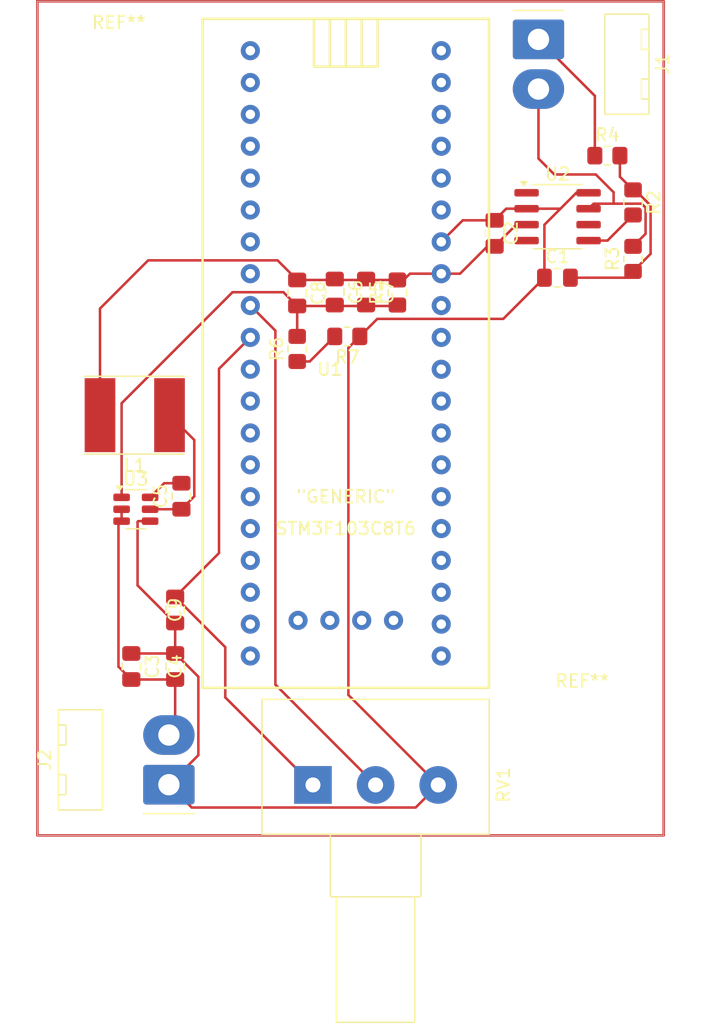
<source format=kicad_pcb>
(kicad_pcb (version 20241229) (generator "pcbnew") (generator_version "9.0")
  (layers (0 "F.Cu" signal) (2 "B.Cu" signal) (13 "F.Paste" user) (15 "B.Paste" user) (5 "F.SilkS" user "F.Silkscreen") (7 "B.SilkS" user "B.Silkscreen") (1 "F.Mask" user) (3 "B.Mask" user) (25 "Edge.Cuts" user))
  (net 0 "")
  (net 1 "GND")
  (net 2 "Net-(C1-Pad2)")
  (net 3 "+5V")
  (net 4 "+24V")
  (net 5 "Net-(U3-BST)")
  (net 6 "Net-(U3-SW)")
  (net 7 "Net-(U3-FB)")
  (net 8 "+3.3V")
  (net 9 "Net-(J1-Pin_1)")
  (net 10 "Net-(J1-Pin_2)")
  (net 11 "Net-(U2-SPLIT)")
  (net 12 "Net-(R6-Pad1)")
  (net 13 "POT_VALUE")
  (net 37 "CAN_RXD")
  (net 38 "CAN_TXD")
  (footprint "Capacitor_SMD:C_0805_2012Metric_Pad1.18x1.45mm_HandSolder" (layer "F.Cu") (at 79.74 53.6825 -90)
    (property "Reference" "C6" (at 0 -1.68 90) (layer "F.SilkS"))
    (property "Value" "100pF")
    (fp_line (start -0.261252 0.735) (end 0.261252 0.735) (stroke (width 0.12)) (layer "F.SilkS"))
    (fp_line (start -0.261252 -0.735) (end 0.261252 -0.735) (stroke (width 0.12)) (layer "F.SilkS"))
    (pad "1" smd roundrect (at -1.0375 0 270) (size 1.175 1.45) (layers "F.Cu" "F.Mask" "F.Paste") (roundrect_rratio 0.212766) (net 3 "+5V"))
    (pad "2" smd roundrect (at 1.0375 0 270) (size 1.175 1.45) (layers "F.Cu" "F.Mask" "F.Paste") (roundrect_rratio 0.212766) (net 7 "Net-(U3-FB)"))
  )
  (footprint "Resistor_SMD:R_0805_2012Metric_Pad1.20x1.40mm_HandSolder" (layer "F.Cu") (at 101.5 42.81)
    (property "Reference" "R4" (at 0 -1.65 0) (layer "F.SilkS"))
    (property "Value" "61")
    (fp_line (start -0.227064 -0.735) (end 0.227064 -0.735) (stroke (width 0.12)) (layer "F.SilkS"))
    (fp_line (start -0.227064 0.735) (end 0.227064 0.735) (stroke (width 0.12)) (layer "F.SilkS"))
    (pad "1" smd roundrect (at -1 0) (size 1.2 1.4) (layers "F.Cu" "F.Mask" "F.Paste") (roundrect_rratio 0.208333) (net 9 "Net-(J1-Pin_1)"))
    (pad "2" smd roundrect (at 1 0) (size 1.2 1.4) (layers "F.Cu" "F.Mask" "F.Paste") (roundrect_rratio 0.208333) (net 2 "Net-(C1-Pad2)"))
  )
  (footprint "Resistor_SMD:R_0805_2012Metric_Pad1.20x1.40mm_HandSolder" (layer "F.Cu") (at 76.74 58.22 90)
    (property "Reference" "R6" (at 0 -1.65 90) (layer "F.SilkS"))
    (property "Value" "1.8k")
    (fp_line (start -0.227064 -0.735) (end 0.227064 -0.735) (stroke (width 0.12)) (layer "F.SilkS"))
    (fp_line (start -0.227064 0.735) (end 0.227064 0.735) (stroke (width 0.12)) (layer "F.SilkS"))
    (pad "1" smd roundrect (at -1 0 90) (size 1.2 1.4) (layers "F.Cu" "F.Mask" "F.Paste") (roundrect_rratio 0.208333) (net 12 "Net-(R6-Pad1)"))
    (pad "2" smd roundrect (at 1 0 90) (size 1.2 1.4) (layers "F.Cu" "F.Mask" "F.Paste") (roundrect_rratio 0.208333) (net 7 "Net-(U3-FB)"))
  )
  (footprint "Capacitor_SMD:C_0805_2012Metric_Pad1.18x1.45mm_HandSolder" (layer "F.Cu") (at 67 79.0325 -90)
    (property "Reference" "C9" (at 0 0 90) (layer "F.SilkS"))
    (property "Value" "100nF")
    (fp_line (start -0.261252 0.735) (end 0.261252 0.735) (stroke (width 0.12)) (layer "F.SilkS"))
    (fp_line (start -0.261252 -0.735) (end 0.261252 -0.735) (stroke (width 0.12)) (layer "F.SilkS"))
    (pad "1" smd roundrect (at -1.0375 0 270) (size 1.175 1.45) (layers "F.Cu" "F.Mask" "F.Paste") (roundrect_rratio 0.212766) (net 8 "+3.3V"))
    (pad "2" smd roundrect (at 1.0375 0 270) (size 1.175 1.45) (layers "F.Cu" "F.Mask" "F.Paste") (roundrect_rratio 0.212766) (net 1 "GND"))
  )
  (footprint "MountingHole:MountingHole_4.3mm_M4" (layer "F.Cu") (at 62.5 37.5)
    (property "Reference" "REF**" (at 0 -5.3 0) (layer "F.SilkS"))
    (property "Value" "MountingHole_4.3mm_M4")
    (pad "" np_thru_hole circle (at 0 0) (size 4.3 4.3) (drill 4.3) (layers "*.Cu" "*.Mask"))
  )
  (footprint "Package_SO:SOIC-8_3.9x4.9mm_P1.27mm" (layer "F.Cu") (at 97.525 47.675)
    (property "Reference" "U2" (at 0 -3.4 0) (layer "F.SilkS"))
    (property "Value" "MCP2561-E-SN")
    (fp_line (start 0 -2.56) (end -1.95 -2.56) (stroke (width 0.12)) (layer "F.SilkS"))
    (fp_line (start 0 -2.56) (end 1.95 -2.56) (stroke (width 0.12)) (layer "F.SilkS"))
    (fp_line (start 0 2.56) (end -1.95 2.56) (stroke (width 0.12)) (layer "F.SilkS"))
    (fp_line (start 0 2.56) (end 1.95 2.56) (stroke (width 0.12)) (layer "F.SilkS"))
    (fp_poly (pts (xy -2.7 -2.465) (xy -2.94 -2.795) (xy -2.46 -2.795)) (stroke (width 0.12)) (fill yes) (layer "F.SilkS"))
    (pad "1" smd roundrect (at -2.475 -1.905) (size 1.95 0.6) (layers "F.Cu" "F.Mask" "F.Paste") (net 38 "CAN_TXD"))
    (pad "2" smd roundrect (at -2.475 -0.635) (size 1.95 0.6) (layers "F.Cu" "F.Mask" "F.Paste") (net 1 "GND"))
    (pad "3" smd roundrect (at -2.475 0.635) (size 1.95 0.6) (layers "F.Cu" "F.Mask" "F.Paste") (net 3 "+5V"))
    (pad "4" smd roundrect (at -2.475 1.905) (size 1.95 0.6) (layers "F.Cu" "F.Mask" "F.Paste") (net 37 "CAN_RXD"))
    (pad "5" smd roundrect (at 2.475 1.905) (size 1.95 0.6) (layers "F.Cu" "F.Mask" "F.Paste") (net 11 "Net-(U2-SPLIT)"))
    (pad "6" smd roundrect (at 2.475 0.635) (size 1.95 0.6) (layers "F.Cu" "F.Mask" "F.Paste") (net 9 "Net-(J1-Pin_1)"))
    (pad "7" smd roundrect (at 2.475 -0.635) (size 1.95 0.6) (layers "F.Cu" "F.Mask" "F.Paste") (net 10 "Net-(J1-Pin_2)"))
    (pad "8" smd roundrect (at 2.475 -1.905) (size 1.95 0.6) (layers "F.Cu" "F.Mask" "F.Paste") (net 1 "GND"))
  )
  (footprint "Capacitor_SMD:C_0805_2012Metric_Pad1.18x1.45mm_HandSolder" (layer "F.Cu") (at 67.5 69.9625 90)
    (property "Reference" "C5" (at 0 -1.68 90) (layer "F.SilkS"))
    (property "Value" "100nF")
    (fp_line (start -0.261252 -0.735) (end 0.261252 -0.735) (stroke (width 0.12)) (layer "F.SilkS"))
    (fp_line (start -0.261252 0.735) (end 0.261252 0.735) (stroke (width 0.12)) (layer "F.SilkS"))
    (pad "1" smd roundrect (at -1.0375 0 90) (size 1.175 1.45) (layers "F.Cu" "F.Mask" "F.Paste") (roundrect_rratio 0.212766) (net 6 "Net-(U3-SW)"))
    (pad "2" smd roundrect (at 1.0375 0 90) (size 1.175 1.45) (layers "F.Cu" "F.Mask" "F.Paste") (roundrect_rratio 0.212766) (net 5 "Net-(U3-BST)"))
  )
  (footprint "STM32surface:BLUEPILL" (layer "F.Cu") (at 80.62 61.11 180)
    (property "Reference" "U1" (at 1.27 1.27 0) (layer "F.SilkS"))
    (property "Value" "YAAJ_BluePill_Part_Like")
    (fp_line (start 11.43 29.21) (end -11.43 29.21) (stroke (width 0.2)) (layer "F.SilkS"))
    (fp_line (start 11.43 -24.13) (end 11.43 29.21) (stroke (width 0.2)) (layer "F.SilkS"))
    (fp_line (start 2.54 29.21) (end 2.54 25.4) (stroke (width 0.2)) (layer "F.SilkS"))
    (fp_line (start 2.54 25.4) (end -2.54 25.4) (stroke (width 0.2)) (layer "F.SilkS"))
    (fp_line (start 1.27 25.4) (end 1.27 29.21) (stroke (width 0.2)) (layer "F.SilkS"))
    (fp_line (start 0 25.4) (end 0 29.21) (stroke (width 0.2)) (layer "F.SilkS"))
    (fp_line (start -1.27 25.4) (end -1.27 29.21) (stroke (width 0.2)) (layer "F.SilkS"))
    (fp_line (start -2.54 29.21) (end 2.54 29.21) (stroke (width 0.2)) (layer "F.SilkS"))
    (fp_line (start -2.54 25.4) (end -1.27 25.4) (stroke (width 0.2)) (layer "F.SilkS"))
    (fp_line (start -2.54 25.4) (end -2.54 29.21) (stroke (width 0.2)) (layer "F.SilkS"))
    (fp_line (start -11.43 29.21) (end -11.43 -24.13) (stroke (width 0.2)) (layer "F.SilkS"))
    (fp_line (start -11.43 -24.13) (end 11.43 -24.13) (stroke (width 0.2)) (layer "F.SilkS"))
    (fp_text user "STM3F103C8T6" (at 0 -11.43 0) (layer "F.SilkS"))
    (fp_text user "\"GENERIC\"" (at 0 -8.89 0) (layer "F.SilkS"))
    (pad "1" thru_hole circle (at -7.62 -21.59 180) (size 1.524 1.524) (drill 0.762) (layers "*.Cu" "*.Mask"))
    (pad "2" thru_hole circle (at -7.62 -19.05 180) (size 1.524 1.524) (drill 0.762) (layers "*.Cu" "*.Mask"))
    (pad "3" thru_hole circle (at -7.62 -16.51 180) (size 1.524 1.524) (drill 0.762) (layers "*.Cu" "*.Mask"))
    (pad "4" thru_hole circle (at -7.62 -13.97 180) (size 1.524 1.524) (drill 0.762) (layers "*.Cu" "*.Mask"))
    (pad "7" thru_hole circle (at -7.62 19.05 180) (size 1.524 1.524) (drill 0.762) (layers "*.Cu" "*.Mask"))
    (pad "10" thru_hole circle (at -7.62 -11.43 180) (size 1.524 1.524) (drill 0.762) (layers "*.Cu" "*.Mask"))
    (pad "11" thru_hole circle (at -7.62 -8.89 180) (size 1.524 1.524) (drill 0.762) (layers "*.Cu" "*.Mask"))
    (pad "12" thru_hole circle (at -7.62 -6.35 180) (size 1.524 1.524) (drill 0.762) (layers "*.Cu" "*.Mask"))
    (pad "13" thru_hole circle (at -7.62 -3.81 180) (size 1.524 1.524) (drill 0.762) (layers "*.Cu" "*.Mask"))
    (pad "14" thru_hole circle (at -7.62 -1.27 180) (size 1.524 1.524) (drill 0.762) (layers "*.Cu" "*.Mask"))
    (pad "15" thru_hole circle (at -7.62 1.27 180) (size 1.524 1.524) (drill 0.762) (layers "*.Cu" "*.Mask"))
    (pad "16" thru_hole circle (at -7.62 3.81 180) (size 1.524 1.524) (drill 0.762) (layers "*.Cu" "*.Mask"))
    (pad "17" thru_hole circle (at -7.62 6.35 180) (size 1.524 1.524) (drill 0.762) (layers "*.Cu" "*.Mask"))
    (pad "18" thru_hole circle (at -7.62 8.89 180) (size 1.524 1.524) (drill 0.762) (layers "*.Cu" "*.Mask") (net 3 "+5V"))
    (pad "19" thru_hole circle (at -7.62 11.43 180) (size 1.524 1.524) (drill 0.762) (layers "*.Cu" "*.Mask") (net 1 "GND"))
    (pad "21" thru_hole circle (at -7.62 13.97 180) (size 1.524 1.524) (drill 0.762) (layers "*.Cu" "*.Mask"))
    (pad "22" thru_hole circle (at -7.62 16.51 180) (size 1.524 1.524) (drill 0.762) (layers "*.Cu" "*.Mask"))
    (pad "25" thru_hole circle (at 7.62 26.67 180) (size 1.524 1.524) (drill 0.762) (layers "*.Cu" "*.Mask"))
    (pad "26" thru_hole circle (at 7.62 24.13 180) (size 1.524 1.524) (drill 0.762) (layers "*.Cu" "*.Mask"))
    (pad "27" thru_hole circle (at 7.62 21.59 180) (size 1.524 1.524) (drill 0.762) (layers "*.Cu" "*.Mask"))
    (pad "28" thru_hole circle (at 7.62 19.05 180) (size 1.524 1.524) (drill 0.762) (layers "*.Cu" "*.Mask"))
    (pad "29" thru_hole circle (at 7.62 16.51 180) (size 1.524 1.524) (drill 0.762) (layers "*.Cu" "*.Mask"))
    (pad "30" thru_hole circle (at 7.62 13.97 180) (size 1.524 1.524) (drill 0.762) (layers "*.Cu" "*.Mask"))
    (pad "31" thru_hole circle (at 7.62 11.43 180) (size 1.524 1.524) (drill 0.762) (layers "*.Cu" "*.Mask"))
    (pad "32" thru_hole circle (at 7.62 8.89 180) (size 1.524 1.524) (drill 0.762) (layers "*.Cu" "*.Mask"))
    (pad "33" thru_hole circle (at 7.62 6.35 180) (size 1.524 1.524) (drill 0.762) (layers "*.Cu" "*.Mask") (net 13 "POT_VALUE"))
    (pad "34" thru_hole circle (at 1.27 -18.75 180) (size 1.524 1.524) (drill 0.762) (layers "*.Cu" "*.Mask"))
    (pad "37" thru_hole circle (at -1.27 -18.75 180) (size 1.524 1.524) (drill 0.762) (layers "*.Cu" "*.Mask"))
    (pad "38" thru_hole circle (at 7.62 3.81 180) (size 1.524 1.524) (drill 0.762) (layers "*.Cu" "*.Mask") (net 8 "+3.3V"))
    (pad "39" thru_hole circle (at 7.62 1.27 180) (size 1.524 1.524) (drill 0.762) (layers "*.Cu" "*.Mask"))
    (pad "40" thru_hole circle (at 7.62 -1.27 180) (size 1.524 1.524) (drill 0.762) (layers "*.Cu" "*.Mask"))
    (pad "41" thru_hole circle (at 7.62 -3.81 180) (size 1.524 1.524) (drill 0.762) (layers "*.Cu" "*.Mask"))
    (pad "42" thru_hole circle (at 7.62 -6.35 180) (size 1.524 1.524) (drill 0.762) (layers "*.Cu" "*.Mask"))
    (pad "43" thru_hole circle (at 7.62 -8.89 180) (size 1.524 1.524) (drill 0.762) (layers "*.Cu" "*.Mask"))
    (pad "45" thru_hole circle (at 7.62 -11.43 180) (size 1.524 1.524) (drill 0.762) (layers "*.Cu" "*.Mask"))
    (pad "46" thru_hole circle (at 7.62 -13.97 180) (size 1.524 1.524) (drill 0.762) (layers "*.Cu" "*.Mask"))
    (pad "70" thru_hole circle (at -7.62 21.59 180) (size 1.524 1.524) (drill 0.762) (layers "*.Cu" "*.Mask"))
    (pad "71" thru_hole circle (at -7.62 24.13 180) (size 1.524 1.524) (drill 0.762) (layers "*.Cu" "*.Mask"))
    (pad "72" thru_hole circle (at -7.62 26.67 180) (size 1.524 1.524) (drill 0.762) (layers "*.Cu" "*.Mask"))
    (pad "73" thru_hole circle (at 7.62 -21.59 180) (size 1.524 1.524) (drill 0.762) (layers "*.Cu" "*.Mask"))
    (pad "74" thru_hole circle (at 7.62 -19.05 180) (size 1.524 1.524) (drill 0.762) (layers "*.Cu" "*.Mask"))
    (pad "75" thru_hole circle (at 7.62 -16.51 180) (size 1.524 1.524) (drill 0.762) (layers "*.Cu" "*.Mask"))
    (pad "76" thru_hole circle (at -3.81 -18.75 180) (size 1.524 1.524) (drill 0.762) (layers "*.Cu" "*.Mask"))
    (pad "77" thru_hole circle (at 3.81 -18.75 180) (size 1.524 1.524) (drill 0.762) (layers "*.Cu" "*.Mask"))
  )
  (footprint "Capacitor_SMD:C_0805_2012Metric_Pad1.18x1.45mm_HandSolder" (layer "F.Cu") (at 67 83.5375 -90)
    (property "Reference" "C4" (at 0 0 90) (layer "F.SilkS"))
    (property "Value" "10uF")
    (fp_line (start -0.261252 0.735) (end 0.261252 0.735) (stroke (width 0.12)) (layer "F.SilkS"))
    (fp_line (start -0.261252 -0.735) (end 0.261252 -0.735) (stroke (width 0.12)) (layer "F.SilkS"))
    (pad "1" smd roundrect (at -1.0375 0 270) (size 1.175 1.45) (layers "F.Cu" "F.Mask" "F.Paste") (roundrect_rratio 0.212766) (net 1 "GND"))
    (pad "2" smd roundrect (at 1.0375 0 270) (size 1.175 1.45) (layers "F.Cu" "F.Mask" "F.Paste") (roundrect_rratio 0.212766) (net 4 "+24V"))
  )
  (footprint "Connector_Molex:Molex_KK-396_A-41792-0002_1x02_P3.96mm_Horizontal" (layer "F.Cu") (at 66.5 92.96 90)
    (property "Reference" "J2" (at 1.98 -9.92 90) (layer "F.SilkS"))
    (property "Value" "Conn_01x02")
    (fp_line (start 5.975 -8.82) (end 5.975 -5.3) (stroke (width 0.12)) (layer "F.SilkS"))
    (fp_line (start 3.16 -8.82) (end 3.16 -8.22) (stroke (width 0.12)) (layer "F.SilkS"))
    (fp_line (start -0.8 -8.82) (end -0.8 -8.22) (stroke (width 0.12)) (layer "F.SilkS"))
    (fp_line (start -2.015 -8.82) (end 5.975 -8.82) (stroke (width 0.12)) (layer "F.SilkS"))
    (fp_line (start 4.76 -8.22) (end 4.76 -8.82) (stroke (width 0.12)) (layer "F.SilkS"))
    (fp_line (start 3.16 -8.22) (end 4.76 -8.22) (stroke (width 0.12)) (layer "F.SilkS"))
    (fp_line (start 0.8 -8.22) (end 0.8 -8.82) (stroke (width 0.12)) (layer "F.SilkS"))
    (fp_line (start -0.8 -8.22) (end 0.8 -8.22) (stroke (width 0.12)) (layer "F.SilkS"))
    (fp_line (start 5.975 -5.3) (end -2.015 -5.3) (stroke (width 0.12)) (layer "F.SilkS"))
    (fp_line (start -2.015 -5.3) (end -2.015 -8.82) (stroke (width 0.12)) (layer "F.SilkS"))
    (fp_line (start -2.305 -2) (end -2.305 2) (stroke (width 0.12)) (layer "F.SilkS"))
    (pad "1" thru_hole roundrect (at 0 0 90) (size 3.16 4.1) (drill 1.7) (layers "*.Cu" "*.Mask") (roundrect_rratio 0.079114) (net 1 "GND"))
    (pad "2" thru_hole oval (at 3.96 0 90) (size 3.16 4.1) (drill 1.7) (layers "*.Cu" "*.Mask") (net 4 "+24V"))
  )
  (footprint "Resistor_SMD:R_0805_2012Metric_Pad1.20x1.40mm_HandSolder" (layer "F.Cu") (at 80.74 57.22 180)
    (property "Reference" "R7" (at 0 -1.65 0) (layer "F.SilkS"))
    (property "Value" "100")
    (fp_line (start -0.227064 0.735) (end 0.227064 0.735) (stroke (width 0.12)) (layer "F.SilkS"))
    (fp_line (start -0.227064 -0.735) (end 0.227064 -0.735) (stroke (width 0.12)) (layer "F.SilkS"))
    (pad "1" smd roundrect (at -1 0 180) (size 1.2 1.4) (layers "F.Cu" "F.Mask" "F.Paste") (roundrect_rratio 0.208333) (net 1 "GND"))
    (pad "2" smd roundrect (at 1 0 180) (size 1.2 1.4) (layers "F.Cu" "F.Mask" "F.Paste") (roundrect_rratio 0.208333) (net 12 "Net-(R6-Pad1)"))
  )
  (footprint "Package_TO_SOT_SMD:TSOT-23-6" (layer "F.Cu") (at 63.8625 71)
    (property "Reference" "U3" (at 0 -2.4 0) (layer "F.SilkS"))
    (property "Value" "AP63200WU")
    (fp_line (start 0 -1.56) (end -0.8 -1.56) (stroke (width 0.12)) (layer "F.SilkS"))
    (fp_line (start 0 -1.56) (end 0.8 -1.56) (stroke (width 0.12)) (layer "F.SilkS"))
    (fp_line (start 0 1.56) (end -0.8 1.56) (stroke (width 0.12)) (layer "F.SilkS"))
    (fp_line (start 0 1.56) (end 0.8 1.56) (stroke (width 0.12)) (layer "F.SilkS"))
    (fp_poly (pts (xy -1.3 -1.51) (xy -1.54 -1.84) (xy -1.06 -1.84)) (stroke (width 0.12)) (fill yes) (layer "F.SilkS"))
    (pad "1" smd roundrect (at -1.1375 -0.95) (size 1.325 0.6) (layers "F.Cu" "F.Mask" "F.Paste") (net 7 "Net-(U3-FB)"))
    (pad "2" smd roundrect (at -1.1375 0) (size 1.325 0.6) (layers "F.Cu" "F.Mask" "F.Paste") (net 4 "+24V"))
    (pad "3" smd roundrect (at -1.1375 0.95) (size 1.325 0.6) (layers "F.Cu" "F.Mask" "F.Paste") (net 4 "+24V"))
    (pad "4" smd roundrect (at 1.1375 0.95) (size 1.325 0.6) (layers "F.Cu" "F.Mask" "F.Paste") (net 1 "GND"))
    (pad "5" smd roundrect (at 1.1375 0) (size 1.325 0.6) (layers "F.Cu" "F.Mask" "F.Paste") (net 6 "Net-(U3-SW)"))
    (pad "6" smd roundrect (at 1.1375 -0.95) (size 1.325 0.6) (layers "F.Cu" "F.Mask" "F.Paste") (net 5 "Net-(U3-BST)"))
  )
  (footprint "Resistor_SMD:R_0805_2012Metric_Pad1.20x1.40mm_HandSolder" (layer "F.Cu") (at 103.55 46.54 -90)
    (property "Reference" "R2" (at 0 -1.65 90) (layer "F.SilkS"))
    (property "Value" "300")
    (fp_line (start -0.227064 0.735) (end 0.227064 0.735) (stroke (width 0.12)) (layer "F.SilkS"))
    (fp_line (start -0.227064 -0.735) (end 0.227064 -0.735) (stroke (width 0.12)) (layer "F.SilkS"))
    (pad "1" smd roundrect (at -1 0 270) (size 1.2 1.4) (layers "F.Cu" "F.Mask" "F.Paste") (roundrect_rratio 0.208333) (net 2 "Net-(C1-Pad2)"))
    (pad "2" smd roundrect (at 1 0 270) (size 1.2 1.4) (layers "F.Cu" "F.Mask" "F.Paste") (roundrect_rratio 0.208333) (net 11 "Net-(U2-SPLIT)"))
  )
  (footprint "MountingHole:MountingHole_4.3mm_M4" (layer "F.Cu") (at 99.5 90)
    (property "Reference" "REF**" (at 0 -5.3 0) (layer "F.SilkS"))
    (property "Value" "MountingHole_4.3mm_M4")
    (pad "" np_thru_hole circle (at 0 0) (size 4.3 4.3) (drill 4.3) (layers "*.Cu" "*.Mask"))
  )
  (footprint "Capacitor_SMD:C_0805_2012Metric_Pad1.18x1.45mm_HandSolder" (layer "F.Cu") (at 92.5 49.0025 90)
    (property "Reference" "C2" (at 0.02 1.32 90) (layer "F.SilkS"))
    (property "Value" "100nF")
    (fp_line (start -0.261252 -0.735) (end 0.261252 -0.735) (stroke (width 0.12)) (layer "F.SilkS"))
    (fp_line (start -0.261252 0.735) (end 0.261252 0.735) (stroke (width 0.12)) (layer "F.SilkS"))
    (pad "1" smd roundrect (at -1.0375 0 90) (size 1.175 1.45) (layers "F.Cu" "F.Mask" "F.Paste") (roundrect_rratio 0.212766) (net 3 "+5V"))
    (pad "2" smd roundrect (at 1.0375 0 90) (size 1.175 1.45) (layers "F.Cu" "F.Mask" "F.Paste") (roundrect_rratio 0.212766) (net 1 "GND"))
  )
  (footprint "Capacitor_SMD:C_0805_2012Metric_Pad1.18x1.45mm_HandSolder" (layer "F.Cu") (at 97.5125 52.54)
    (property "Reference" "C1" (at 0 -1.68 0) (layer "F.SilkS"))
    (property "Value" "4.7nF")
    (fp_line (start -0.261252 -0.735) (end 0.261252 -0.735) (stroke (width 0.12)) (layer "F.SilkS"))
    (fp_line (start -0.261252 0.735) (end 0.261252 0.735) (stroke (width 0.12)) (layer "F.SilkS"))
    (pad "1" smd roundrect (at -1.0375 0) (size 1.175 1.45) (layers "F.Cu" "F.Mask" "F.Paste") (roundrect_rratio 0.212766) (net 1 "GND"))
    (pad "2" smd roundrect (at 1.0375 0) (size 1.175 1.45) (layers "F.Cu" "F.Mask" "F.Paste") (roundrect_rratio 0.212766) (net 2 "Net-(C1-Pad2)"))
  )
  (footprint "Capacitor_SMD:C_0805_2012Metric_Pad1.18x1.45mm_HandSolder" (layer "F.Cu") (at 76.74 53.7575 -90)
    (property "Reference" "C8" (at 0 -1.68 90) (layer "F.SilkS"))
    (property "Value" "10uF")
    (fp_line (start -0.261252 0.735) (end 0.261252 0.735) (stroke (width 0.12)) (layer "F.SilkS"))
    (fp_line (start -0.261252 -0.735) (end 0.261252 -0.735) (stroke (width 0.12)) (layer "F.SilkS"))
    (pad "1" smd roundrect (at -1.0375 0 270) (size 1.175 1.45) (layers "F.Cu" "F.Mask" "F.Paste") (roundrect_rratio 0.212766) (net 3 "+5V"))
    (pad "2" smd roundrect (at 1.0375 0 270) (size 1.175 1.45) (layers "F.Cu" "F.Mask" "F.Paste") (roundrect_rratio 0.212766) (net 7 "Net-(U3-FB)"))
  )
  (footprint "Capacitor_SMD:C_0805_2012Metric_Pad1.18x1.45mm_HandSolder" (layer "F.Cu") (at 63.5 83.5375 -90)
    (property "Reference" "C3" (at 0 -1.68 90) (layer "F.SilkS"))
    (property "Value" "100nF")
    (fp_line (start -0.261252 0.735) (end 0.261252 0.735) (stroke (width 0.12)) (layer "F.SilkS"))
    (fp_line (start -0.261252 -0.735) (end 0.261252 -0.735) (stroke (width 0.12)) (layer "F.SilkS"))
    (pad "1" smd roundrect (at -1.0375 0 270) (size 1.175 1.45) (layers "F.Cu" "F.Mask" "F.Paste") (roundrect_rratio 0.212766) (net 1 "GND"))
    (pad "2" smd roundrect (at 1.0375 0 270) (size 1.175 1.45) (layers "F.Cu" "F.Mask" "F.Paste") (roundrect_rratio 0.212766) (net 4 "+24V"))
  )
  (footprint "Resistor_SMD:R_0805_2012Metric_Pad1.20x1.40mm_HandSolder" (layer "F.Cu") (at 84.74 53.72 90)
    (property "Reference" "R5" (at 0 -1.65 90) (layer "F.SilkS"))
    (property "Value" "10k")
    (fp_line (start -0.227064 -0.735) (end 0.227064 -0.735) (stroke (width 0.12)) (layer "F.SilkS"))
    (fp_line (start -0.227064 0.735) (end 0.227064 0.735) (stroke (width 0.12)) (layer "F.SilkS"))
    (pad "1" smd roundrect (at -1 0 90) (size 1.2 1.4) (layers "F.Cu" "F.Mask" "F.Paste") (roundrect_rratio 0.208333) (net 7 "Net-(U3-FB)"))
    (pad "2" smd roundrect (at 1 0 90) (size 1.2 1.4) (layers "F.Cu" "F.Mask" "F.Paste") (roundrect_rratio 0.208333) (net 3 "+5V"))
  )
  (footprint "Resistor_SMD:R_0805_2012Metric_Pad1.20x1.40mm_HandSolder" (layer "F.Cu") (at 103.55 51.04 90)
    (property "Reference" "R3" (at 0 -1.65 90) (layer "F.SilkS"))
    (property "Value" "61")
    (fp_line (start -0.227064 -0.735) (end 0.227064 -0.735) (stroke (width 0.12)) (layer "F.SilkS"))
    (fp_line (start -0.227064 0.735) (end 0.227064 0.735) (stroke (width 0.12)) (layer "F.SilkS"))
    (pad "1" smd roundrect (at -1 0 90) (size 1.2 1.4) (layers "F.Cu" "F.Mask" "F.Paste") (roundrect_rratio 0.208333) (net 2 "Net-(C1-Pad2)"))
    (pad "2" smd roundrect (at 1 0 90) (size 1.2 1.4) (layers "F.Cu" "F.Mask" "F.Paste") (roundrect_rratio 0.208333) (net 10 "Net-(J1-Pin_2)"))
  )
  (footprint "Inductor_SMD:L_Taiyo-Yuden_NR-60xx_HandSoldering" (layer "F.Cu") (at 63.775 63.5 180)
    (property "Reference" "L1" (at 0 -4 0) (layer "F.SilkS"))
    (property "Value" "10uH")
    (fp_line (start -4 3.1) (end 4 3.1) (stroke (width 0.12)) (layer "F.SilkS"))
    (fp_line (start -4 -3.1) (end 4 -3.1) (stroke (width 0.12)) (layer "F.SilkS"))
    (pad "1" smd rect (at -2.775 0 180) (size 2.45 5.9) (layers "F.Cu" "F.Mask" "F.Paste") (net 6 "Net-(U3-SW)"))
    (pad "2" smd rect (at 2.775 0 180) (size 2.45 5.9) (layers "F.Cu" "F.Mask" "F.Paste") (net 3 "+5V"))
  )
  (footprint "Potentiometer_THT:Potentiometer_Alps_RK163_Single_Horizontal" (layer "F.Cu") (at 78 92.98 90)
    (property "Reference" "RV1" (at 0 15.2 90) (layer "F.SilkS"))
    (property "Value" "100k")
    (fp_line (start 6.82 -4.07) (end -3.92 -4.07) (stroke (width 0.12)) (layer "F.SilkS"))
    (fp_line (start -3.92 1.38) (end -8.92 1.38) (stroke (width 0.12)) (layer "F.SilkS"))
    (fp_line (start -8.92 1.88) (end -18.92 1.88) (stroke (width 0.12)) (layer "F.SilkS"))
    (fp_line (start -8.92 8.12) (end -18.92 8.12) (stroke (width 0.12)) (layer "F.SilkS"))
    (fp_line (start -18.92 8.12) (end -18.92 1.88) (stroke (width 0.12)) (layer "F.SilkS"))
    (fp_line (start -3.92 8.62) (end -8.92 8.62) (stroke (width 0.12)) (layer "F.SilkS"))
    (fp_line (start -8.92 8.62) (end -8.92 1.38) (stroke (width 0.12)) (layer "F.SilkS"))
    (fp_line (start 6.82 14.07) (end 6.82 -4.07) (stroke (width 0.12)) (layer "F.SilkS"))
    (fp_line (start 6.82 14.07) (end -3.92 14.07) (stroke (width 0.12)) (layer "F.SilkS"))
    (fp_line (start -3.92 14.07) (end -3.92 -4.07) (stroke (width 0.12)) (layer "F.SilkS"))
    (pad "1" thru_hole rect (at 0 0 270) (size 3 3) (drill 1.2) (layers "*.Cu" "*.Mask") (net 8 "+3.3V"))
    (pad "2" thru_hole circle (at 0 5 270) (size 3 3) (drill 1.2) (layers "*.Cu" "*.Mask") (net 13 "POT_VALUE"))
    (pad "3" thru_hole circle (at 0 10 270) (size 3 3) (drill 1.2) (layers "*.Cu" "*.Mask") (net 1 "GND"))
  )
  (footprint "Capacitor_SMD:C_0805_2012Metric_Pad1.18x1.45mm_HandSolder" (layer "F.Cu") (at 82.24 53.6825 -90)
    (property "Reference" "C7" (at 0 -1.68 90) (layer "F.SilkS"))
    (property "Value" "10uF")
    (fp_line (start -0.261252 0.735) (end 0.261252 0.735) (stroke (width 0.12)) (layer "F.SilkS"))
    (fp_line (start -0.261252 -0.735) (end 0.261252 -0.735) (stroke (width 0.12)) (layer "F.SilkS"))
    (pad "1" smd roundrect (at -1.0375 0 270) (size 1.175 1.45) (layers "F.Cu" "F.Mask" "F.Paste") (roundrect_rratio 0.212766) (net 3 "+5V"))
    (pad "2" smd roundrect (at 1.0375 0 270) (size 1.175 1.45) (layers "F.Cu" "F.Mask" "F.Paste") (roundrect_rratio 0.212766) (net 7 "Net-(U3-FB)"))
  )
  (footprint "Connector_Molex:Molex_KK-396_A-41792-0002_1x02_P3.96mm_Horizontal" (layer "F.Cu") (at 96 33.54 -90)
    (property "Reference" "J1" (at 1.98 -9.92 90) (layer "F.SilkS"))
    (property "Value" "Conn_01x02")
    (fp_line (start -2.305 -2) (end -2.305 2) (stroke (width 0.12)) (layer "F.SilkS"))
    (fp_line (start -2.015 -5.3) (end -2.015 -8.82) (stroke (width 0.12)) (layer "F.SilkS"))
    (fp_line (start 5.975 -5.3) (end -2.015 -5.3) (stroke (width 0.12)) (layer "F.SilkS"))
    (fp_line (start -0.8 -8.22) (end 0.8 -8.22) (stroke (width 0.12)) (layer "F.SilkS"))
    (fp_line (start 0.8 -8.22) (end 0.8 -8.82) (stroke (width 0.12)) (layer "F.SilkS"))
    (fp_line (start 3.16 -8.22) (end 4.76 -8.22) (stroke (width 0.12)) (layer "F.SilkS"))
    (fp_line (start 4.76 -8.22) (end 4.76 -8.82) (stroke (width 0.12)) (layer "F.SilkS"))
    (fp_line (start -2.015 -8.82) (end 5.975 -8.82) (stroke (width 0.12)) (layer "F.SilkS"))
    (fp_line (start -0.8 -8.82) (end -0.8 -8.22) (stroke (width 0.12)) (layer "F.SilkS"))
    (fp_line (start 3.16 -8.82) (end 3.16 -8.22) (stroke (width 0.12)) (layer "F.SilkS"))
    (fp_line (start 5.975 -8.82) (end 5.975 -5.3) (stroke (width 0.12)) (layer "F.SilkS"))
    (pad "1" thru_hole roundrect (at 0 0 270) (size 3.16 4.1) (drill 1.7) (layers "*.Cu" "*.Mask") (roundrect_rratio 0.079114) (net 9 "Net-(J1-Pin_1)"))
    (pad "2" thru_hole oval (at 3.96 0 270) (size 3.16 4.1) (drill 1.7) (layers "*.Cu" "*.Mask") (net 10 "Net-(J1-Pin_2)"))
  )
  (gr_rect (start 56 30.5) (end 106 97) (stroke (width 0.2)) (fill no) (layer "F.Cu"))
  (gr_rect (start 56 30.5) (end 106 97) (stroke (width 0.05)) (fill no) (layer "Edge.Cuts"))
  (segment (start 80.827 85.807) (end 88 92.98) (width 0.2) (layer "F.Cu") (net 1))
  (segment (start 90.5 55.823) (end 93.192 55.823) (width 0.2) (layer "F.Cu") (net 1))
  (segment (start 89.955 47.965) (end 92.5 47.965) (width 0.2) (layer "F.Cu") (net 1))
  (segment (start 83.137 55.823) (end 86.5 55.823) (width 0.2) (layer "F.Cu") (net 1))
  (segment (start 68.851 90.609) (end 68.851 84.351) (width 0.2) (layer "F.Cu") (net 1))
  (segment (start 66.5 92.96) (end 68.321 94.781) (width 0.2) (layer "F.Cu") (net 1))
  (segment (start 81.74 57.22) (end 80.827 58.133) (width 0.2) (layer "F.Cu") (net 1))
  (segment (start 88.24 49.68) (end 89.955 47.965) (width 0.2) (layer "F.Cu") (net 1))
  (segment (start 64.05 71.95) (end 64 72) (width 0.2) (layer "F.Cu") (net 1))
  (segment (start 96.475 48.320001) (end 97.755001 47.04) (width 0.2) (layer "F.Cu") (net 1))
  (segment (start 80.827 58.133) (end 80.827 85.807) (width 0.2) (layer "F.Cu") (net 1))
  (segment (start 100 45.77) (end 99.025001 45.77) (width 0.2) (layer "F.Cu") (net 1))
  (segment (start 68.321 94.781) (end 86.199 94.781) (width 0.2) (layer "F.Cu") (net 1))
  (segment (start 67 82.5) (end 67 80.07) (width 0.2) (layer "F.Cu") (net 1))
  (segment (start 64 77.07) (end 64 72) (width 0.2) (layer "F.Cu") (net 1))
  (segment (start 97.755001 47.04) (end 95.05 47.04) (width 0.2) (layer "F.Cu") (net 1))
  (segment (start 86.5 55.823) (end 90.5 55.823) (width 0.2) (layer "F.Cu") (net 1))
  (segment (start 99.025001 45.77) (end 97.755001 47.04) (width 0.2) (layer "F.Cu") (net 1))
  (segment (start 68.851 84.351) (end 67 82.5) (width 0.2) (layer "F.Cu") (net 1))
  (segment (start 96.475 52.54) (end 96.475 48.320001) (width 0.2) (layer "F.Cu") (net 1))
  (segment (start 93.192 55.823) (end 96.475 52.54) (width 0.2) (layer "F.Cu") (net 1))
  (segment (start 65 71.95) (end 64.05 71.95) (width 0.2) (layer "F.Cu") (net 1))
  (segment (start 67 80.07) (end 64 77.07) (width 0.2) (layer "F.Cu") (net 1))
  (segment (start 86.199 94.781) (end 88 92.98) (width 0.2) (layer "F.Cu") (net 1))
  (segment (start 92.5 47.965) (end 93.425 47.04) (width 0.2) (layer "F.Cu") (net 1))
  (segment (start 63.5 82.5) (end 67 82.5) (width 0.2) (layer "F.Cu") (net 1))
  (segment (start 93.425 47.04) (end 95.05 47.04) (width 0.2) (layer "F.Cu") (net 1))
  (segment (start 81.74 57.22) (end 83.137 55.823) (width 0.2) (layer "F.Cu") (net 1))
  (segment (start 66.5 92.96) (end 68.851 90.609) (width 0.2) (layer "F.Cu") (net 1))
  (segment (start 103.05 52.54) (end 103.55 52.04) (width 0.2) (layer "F.Cu") (net 2))
  (segment (start 102.5 42.81) (end 102.5 44.49) (width 0.2) (layer "F.Cu") (net 2))
  (segment (start 103.70326 45.54) (end 103.55 45.54) (width 0.2) (layer "F.Cu") (net 2))
  (segment (start 98.55 52.54) (end 103.05 52.54) (width 0.2) (layer "F.Cu") (net 2))
  (segment (start 103.55 52.04) (end 104.952 50.638) (width 0.2) (layer "F.Cu") (net 2))
  (segment (start 102.5 44.49) (end 103.55 45.54) (width 0.2) (layer "F.Cu") (net 2))
  (segment (start 104.952 46.78874) (end 103.70326 45.54) (width 0.2) (layer "F.Cu") (net 2))
  (segment (start 104.952 50.638) (end 104.952 46.78874) (width 0.2) (layer "F.Cu") (net 2))
  (segment (start 94.23 48.31) (end 95.05 48.31) (width 0.2) (layer "F.Cu") (net 3))
  (segment (start 91.92 50.04) (end 92.5 50.04) (width 0.2) (layer "F.Cu") (net 3))
  (segment (start 61 63.5) (end 61 55) (width 0.2) (layer "F.Cu") (net 3))
  (segment (start 92.5 50.04) (end 94.23 48.31) (width 0.2) (layer "F.Cu") (net 3))
  (segment (start 75.177 51.157) (end 76.74 52.72) (width 0.2) (layer "F.Cu") (net 3))
  (segment (start 64.843 51.157) (end 75.177 51.157) (width 0.2) (layer "F.Cu") (net 3))
  (segment (start 76.74 52.72) (end 84.74 52.72) (width 0.2) (layer "F.Cu") (net 3))
  (segment (start 85.24 52.72) (end 85.74 52.22) (width 0.2) (layer "F.Cu") (net 3))
  (segment (start 84.74 52.72) (end 85.24 52.72) (width 0.2) (layer "F.Cu") (net 3))
  (segment (start 84.665 52.645) (end 84.74 52.72) (width 0.2) (layer "F.Cu") (net 3))
  (segment (start 85.74 52.22) (end 88.24 52.22) (width 0.2) (layer "F.Cu") (net 3))
  (segment (start 61 55) (end 64.843 51.157) (width 0.2) (layer "F.Cu") (net 3))
  (segment (start 89.74 52.22) (end 91.92 50.04) (width 0.2) (layer "F.Cu") (net 3))
  (segment (start 88.24 52.22) (end 89.74 52.22) (width 0.2) (layer "F.Cu") (net 3))
  (segment (start 67 88.5) (end 66.5 89) (width 0.2) (layer "F.Cu") (net 4))
  (segment (start 62.725 71.95) (end 62.474 72.201) (width 0.2) (layer "F.Cu") (net 4))
  (segment (start 62.725 71.95) (end 62.725 71) (width 0.2) (layer "F.Cu") (net 4))
  (segment (start 62.474 72.201) (end 62.474 83.549) (width 0.2) (layer "F.Cu") (net 4))
  (segment (start 62.474 83.549) (end 63.5 84.575) (width 0.2) (layer "F.Cu") (net 4))
  (segment (start 67 84.575) (end 63.5 84.575) (width 0.2) (layer "F.Cu") (net 4))
  (segment (start 67 84.575) (end 67 88.5) (width 0.2) (layer "F.Cu") (net 4))
  (segment (start 67.5 68.925) (end 66.125 68.925) (width 0.2) (layer "F.Cu") (net 5))
  (segment (start 66.125 68.925) (end 65 70.05) (width 0.2) (layer "F.Cu") (net 5))
  (segment (start 67.5 71) (end 65 71) (width 0.2) (layer "F.Cu") (net 6))
  (segment (start 67.5 71) (end 68.526 69.974) (width 0.2) (layer "F.Cu") (net 6))
  (segment (start 68.526 65.476) (end 66.55 63.5) (width 0.2) (layer "F.Cu") (net 6))
  (segment (start 68.526 69.974) (end 68.526 65.476) (width 0.2) (layer "F.Cu") (net 6))
  (segment (start 76.74 54.795) (end 84.665 54.795) (width 0.2) (layer "F.Cu") (net 7))
  (segment (start 81.665 54.795) (end 81.74 54.72) (width 0.2) (layer "F.Cu") (net 7))
  (segment (start 81.24 54.795) (end 81.665 54.795) (width 0.2) (layer "F.Cu") (net 7))
  (segment (start 75.642 53.697) (end 76.74 54.795) (width 0.2) (layer "F.Cu") (net 7))
  (segment (start 84.665 54.795) (end 84.74 54.72) (width 0.2) (layer "F.Cu") (net 7))
  (segment (start 76.74 57.22) (end 76.74 54.795) (width 0.2) (layer "F.Cu") (net 7))
  (segment (start 71.576 53.697) (end 75.642 53.697) (width 0.2) (layer "F.Cu") (net 7))
  (segment (start 62.725 62.548) (end 71.576 53.697) (width 0.2) (layer "F.Cu") (net 7))
  (segment (start 62.725 70.05) (end 62.725 62.548) (width 0.2) (layer "F.Cu") (net 7))
  (segment (start 70.5 74.495) (end 70.5 59.8) (width 0.2) (layer "F.Cu") (net 8))
  (segment (start 71 81.995) (end 67 77.995) (width 0.2) (layer "F.Cu") (net 8))
  (segment (start 78 93) (end 71 86) (width 0.2) (layer "F.Cu") (net 8))
  (segment (start 70.5 59.8) (end 73 57.3) (width 0.2) (layer "F.Cu") (net 8))
  (segment (start 67 77.995) (end 70.5 74.495) (width 0.2) (layer "F.Cu") (net 8))
  (segment (start 78 92.98) (end 78 93) (width 0.2) (layer "F.Cu") (net 8))
  (segment (start 71 86) (end 71 81.995) (width 0.2) (layer "F.Cu") (net 8))
  (segment (start 100.5 42.81) (end 100.5 38.04) (width 0.2) (layer "F.Cu") (net 9))
  (segment (start 100.5 38.04) (end 96 33.54) (width 0.2) (layer "F.Cu") (net 9))
  (segment (start 96 43.04) (end 97.27 44.31) (width 0.2) (layer "F.Cu") (net 10))
  (segment (start 103.55 50.04) (end 104.551 49.039) (width 0.2) (layer "F.Cu") (net 10))
  (segment (start 97.27 44.31) (end 100.578484 44.31) (width 0.2) (layer "F.Cu") (net 10))
  (segment (start 102 46.639) (end 100.401 46.639) (width 0.2) (layer "F.Cu") (net 10))
  (segment (start 96 37.5) (end 96 43.04) (width 0.2) (layer "F.Cu") (net 10))
  (segment (start 104.551 49.039) (end 104.551 46.95484) (width 0.2) (layer "F.Cu") (net 10))
  (segment (start 104.551 46.95484) (end 104.23516 46.639) (width 0.2) (layer "F.Cu") (net 10))
  (segment (start 100.578484 44.31) (end 102 45.731516) (width 0.2) (layer "F.Cu") (net 10))
  (segment (start 102 45.731516) (end 102 46.639) (width 0.2) (layer "F.Cu") (net 10))
  (segment (start 100.401 46.639) (end 100 47.04) (width 0.2) (layer "F.Cu") (net 10))
  (segment (start 104.23516 46.639) (end 102 46.639) (width 0.2) (layer "F.Cu") (net 10))
  (segment (start 103.55 47.54) (end 101.51 49.58) (width 0.2) (layer "F.Cu") (net 11))
  (segment (start 101.51 49.58) (end 100 49.58) (width 0.2) (layer "F.Cu") (net 11))
  (segment (start 76.74 59.22) (end 77.74 59.22) (width 0.2) (layer "F.Cu") (net 12))
  (segment (start 77.74 59.22) (end 79.74 57.22) (width 0.2) (layer "F.Cu") (net 12))
  (segment (start 75 84.98) (end 75 56.76) (width 0.2) (layer "F.Cu") (net 13))
  (segment (start 75 56.76) (end 73 54.76) (width 0.2) (layer "F.Cu") (net 13))
  (segment (start 83 92.98) (end 75 84.98) (width 0.2) (layer "F.Cu") (net 13))
)
</source>
